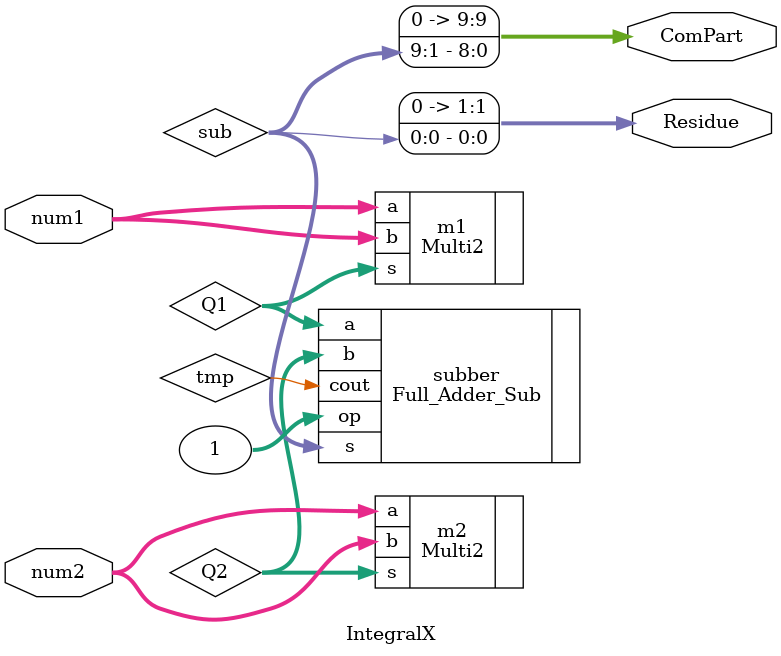
<source format=v>
module IntegralX(input[4:0] num1,
					  input[4:0] num2,
					  output[9:0] ComPart,
					  output[1:0] Residue);
					 
					  
wire[9:0] Q1,Q2,sub;
wire tmp;

Multi2    m1(.a(num1),.b(num1),.s(Q1));
Multi2    m2(.a(num2),.b(num2),.s(Q2));

Full_Adder_Sub subber(.a(Q1),.b(Q2),.op(1),.s(sub),.cout(tmp));
assign Residue=sub[0];
assign ComPart=sub>>1;				
					  
					  
endmodule

</source>
